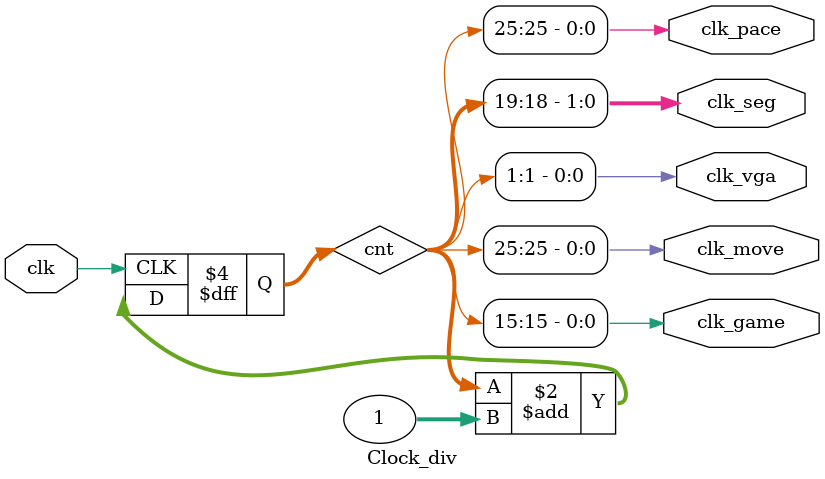
<source format=v>
module Clock_div(clk, clk_pace, clk_game, clk_move, clk_vga, clk_seg);

    input wire clk;
    output wire clk_pace, clk_game, clk_move, clk_vga;
    output wire [1: 0] clk_seg;

    reg [31: 0] cnt = 0;

    always @(posedge clk) begin
        cnt <= cnt + 1;
    end

    assign clk_pace = cnt[25];
    assign clk_game = cnt[15];
    assign clk_move = cnt[25];
    assign clk_vga = cnt[1];
    assign clk_seg = cnt[19: 18];

endmodule

</source>
